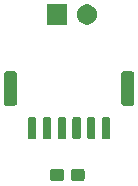
<source format=gbr>
G04 #@! TF.GenerationSoftware,KiCad,Pcbnew,(5.1.4)-1*
G04 #@! TF.CreationDate,2021-04-01T21:41:31+08:00*
G04 #@! TF.ProjectId,ma730,6d613733-302e-46b6-9963-61645f706362,rev?*
G04 #@! TF.SameCoordinates,Original*
G04 #@! TF.FileFunction,Soldermask,Top*
G04 #@! TF.FilePolarity,Negative*
%FSLAX46Y46*%
G04 Gerber Fmt 4.6, Leading zero omitted, Abs format (unit mm)*
G04 Created by KiCad (PCBNEW (5.1.4)-1) date 2021-04-01 21:41:31*
%MOMM*%
%LPD*%
G04 APERTURE LIST*
%ADD10C,0.100000*%
G04 APERTURE END LIST*
D10*
G36*
X97389499Y-113378445D02*
G01*
X97426995Y-113389820D01*
X97461554Y-113408292D01*
X97491847Y-113433153D01*
X97516708Y-113463446D01*
X97535180Y-113498005D01*
X97546555Y-113535501D01*
X97551000Y-113580638D01*
X97551000Y-114219362D01*
X97546555Y-114264499D01*
X97535180Y-114301995D01*
X97516708Y-114336554D01*
X97491847Y-114366847D01*
X97461554Y-114391708D01*
X97426995Y-114410180D01*
X97389499Y-114421555D01*
X97344362Y-114426000D01*
X96605638Y-114426000D01*
X96560501Y-114421555D01*
X96523005Y-114410180D01*
X96488446Y-114391708D01*
X96458153Y-114366847D01*
X96433292Y-114336554D01*
X96414820Y-114301995D01*
X96403445Y-114264499D01*
X96399000Y-114219362D01*
X96399000Y-113580638D01*
X96403445Y-113535501D01*
X96414820Y-113498005D01*
X96433292Y-113463446D01*
X96458153Y-113433153D01*
X96488446Y-113408292D01*
X96523005Y-113389820D01*
X96560501Y-113378445D01*
X96605638Y-113374000D01*
X97344362Y-113374000D01*
X97389499Y-113378445D01*
X97389499Y-113378445D01*
G37*
G36*
X99139499Y-113378445D02*
G01*
X99176995Y-113389820D01*
X99211554Y-113408292D01*
X99241847Y-113433153D01*
X99266708Y-113463446D01*
X99285180Y-113498005D01*
X99296555Y-113535501D01*
X99301000Y-113580638D01*
X99301000Y-114219362D01*
X99296555Y-114264499D01*
X99285180Y-114301995D01*
X99266708Y-114336554D01*
X99241847Y-114366847D01*
X99211554Y-114391708D01*
X99176995Y-114410180D01*
X99139499Y-114421555D01*
X99094362Y-114426000D01*
X98355638Y-114426000D01*
X98310501Y-114421555D01*
X98273005Y-114410180D01*
X98238446Y-114391708D01*
X98208153Y-114366847D01*
X98183292Y-114336554D01*
X98164820Y-114301995D01*
X98153445Y-114264499D01*
X98149000Y-114219362D01*
X98149000Y-113580638D01*
X98153445Y-113535501D01*
X98164820Y-113498005D01*
X98183292Y-113463446D01*
X98208153Y-113433153D01*
X98238446Y-113408292D01*
X98273005Y-113389820D01*
X98310501Y-113378445D01*
X98355638Y-113374000D01*
X99094362Y-113374000D01*
X99139499Y-113378445D01*
X99139499Y-113378445D01*
G37*
G36*
X98884928Y-109051764D02*
G01*
X98906009Y-109058160D01*
X98925445Y-109068548D01*
X98942476Y-109082524D01*
X98956452Y-109099555D01*
X98966840Y-109118991D01*
X98973236Y-109140072D01*
X98976000Y-109168140D01*
X98976000Y-110731860D01*
X98973236Y-110759928D01*
X98966840Y-110781009D01*
X98956452Y-110800445D01*
X98942476Y-110817476D01*
X98925445Y-110831452D01*
X98906009Y-110841840D01*
X98884928Y-110848236D01*
X98856860Y-110851000D01*
X98393140Y-110851000D01*
X98365072Y-110848236D01*
X98343991Y-110841840D01*
X98324555Y-110831452D01*
X98307524Y-110817476D01*
X98293548Y-110800445D01*
X98283160Y-110781009D01*
X98276764Y-110759928D01*
X98274000Y-110731860D01*
X98274000Y-109168140D01*
X98276764Y-109140072D01*
X98283160Y-109118991D01*
X98293548Y-109099555D01*
X98307524Y-109082524D01*
X98324555Y-109068548D01*
X98343991Y-109058160D01*
X98365072Y-109051764D01*
X98393140Y-109049000D01*
X98856860Y-109049000D01*
X98884928Y-109051764D01*
X98884928Y-109051764D01*
G37*
G36*
X101384928Y-109051764D02*
G01*
X101406009Y-109058160D01*
X101425445Y-109068548D01*
X101442476Y-109082524D01*
X101456452Y-109099555D01*
X101466840Y-109118991D01*
X101473236Y-109140072D01*
X101476000Y-109168140D01*
X101476000Y-110731860D01*
X101473236Y-110759928D01*
X101466840Y-110781009D01*
X101456452Y-110800445D01*
X101442476Y-110817476D01*
X101425445Y-110831452D01*
X101406009Y-110841840D01*
X101384928Y-110848236D01*
X101356860Y-110851000D01*
X100893140Y-110851000D01*
X100865072Y-110848236D01*
X100843991Y-110841840D01*
X100824555Y-110831452D01*
X100807524Y-110817476D01*
X100793548Y-110800445D01*
X100783160Y-110781009D01*
X100776764Y-110759928D01*
X100774000Y-110731860D01*
X100774000Y-109168140D01*
X100776764Y-109140072D01*
X100783160Y-109118991D01*
X100793548Y-109099555D01*
X100807524Y-109082524D01*
X100824555Y-109068548D01*
X100843991Y-109058160D01*
X100865072Y-109051764D01*
X100893140Y-109049000D01*
X101356860Y-109049000D01*
X101384928Y-109051764D01*
X101384928Y-109051764D01*
G37*
G36*
X95134928Y-109051764D02*
G01*
X95156009Y-109058160D01*
X95175445Y-109068548D01*
X95192476Y-109082524D01*
X95206452Y-109099555D01*
X95216840Y-109118991D01*
X95223236Y-109140072D01*
X95226000Y-109168140D01*
X95226000Y-110731860D01*
X95223236Y-110759928D01*
X95216840Y-110781009D01*
X95206452Y-110800445D01*
X95192476Y-110817476D01*
X95175445Y-110831452D01*
X95156009Y-110841840D01*
X95134928Y-110848236D01*
X95106860Y-110851000D01*
X94643140Y-110851000D01*
X94615072Y-110848236D01*
X94593991Y-110841840D01*
X94574555Y-110831452D01*
X94557524Y-110817476D01*
X94543548Y-110800445D01*
X94533160Y-110781009D01*
X94526764Y-110759928D01*
X94524000Y-110731860D01*
X94524000Y-109168140D01*
X94526764Y-109140072D01*
X94533160Y-109118991D01*
X94543548Y-109099555D01*
X94557524Y-109082524D01*
X94574555Y-109068548D01*
X94593991Y-109058160D01*
X94615072Y-109051764D01*
X94643140Y-109049000D01*
X95106860Y-109049000D01*
X95134928Y-109051764D01*
X95134928Y-109051764D01*
G37*
G36*
X96384928Y-109051764D02*
G01*
X96406009Y-109058160D01*
X96425445Y-109068548D01*
X96442476Y-109082524D01*
X96456452Y-109099555D01*
X96466840Y-109118991D01*
X96473236Y-109140072D01*
X96476000Y-109168140D01*
X96476000Y-110731860D01*
X96473236Y-110759928D01*
X96466840Y-110781009D01*
X96456452Y-110800445D01*
X96442476Y-110817476D01*
X96425445Y-110831452D01*
X96406009Y-110841840D01*
X96384928Y-110848236D01*
X96356860Y-110851000D01*
X95893140Y-110851000D01*
X95865072Y-110848236D01*
X95843991Y-110841840D01*
X95824555Y-110831452D01*
X95807524Y-110817476D01*
X95793548Y-110800445D01*
X95783160Y-110781009D01*
X95776764Y-110759928D01*
X95774000Y-110731860D01*
X95774000Y-109168140D01*
X95776764Y-109140072D01*
X95783160Y-109118991D01*
X95793548Y-109099555D01*
X95807524Y-109082524D01*
X95824555Y-109068548D01*
X95843991Y-109058160D01*
X95865072Y-109051764D01*
X95893140Y-109049000D01*
X96356860Y-109049000D01*
X96384928Y-109051764D01*
X96384928Y-109051764D01*
G37*
G36*
X97634928Y-109051764D02*
G01*
X97656009Y-109058160D01*
X97675445Y-109068548D01*
X97692476Y-109082524D01*
X97706452Y-109099555D01*
X97716840Y-109118991D01*
X97723236Y-109140072D01*
X97726000Y-109168140D01*
X97726000Y-110731860D01*
X97723236Y-110759928D01*
X97716840Y-110781009D01*
X97706452Y-110800445D01*
X97692476Y-110817476D01*
X97675445Y-110831452D01*
X97656009Y-110841840D01*
X97634928Y-110848236D01*
X97606860Y-110851000D01*
X97143140Y-110851000D01*
X97115072Y-110848236D01*
X97093991Y-110841840D01*
X97074555Y-110831452D01*
X97057524Y-110817476D01*
X97043548Y-110800445D01*
X97033160Y-110781009D01*
X97026764Y-110759928D01*
X97024000Y-110731860D01*
X97024000Y-109168140D01*
X97026764Y-109140072D01*
X97033160Y-109118991D01*
X97043548Y-109099555D01*
X97057524Y-109082524D01*
X97074555Y-109068548D01*
X97093991Y-109058160D01*
X97115072Y-109051764D01*
X97143140Y-109049000D01*
X97606860Y-109049000D01*
X97634928Y-109051764D01*
X97634928Y-109051764D01*
G37*
G36*
X100134928Y-109051764D02*
G01*
X100156009Y-109058160D01*
X100175445Y-109068548D01*
X100192476Y-109082524D01*
X100206452Y-109099555D01*
X100216840Y-109118991D01*
X100223236Y-109140072D01*
X100226000Y-109168140D01*
X100226000Y-110731860D01*
X100223236Y-110759928D01*
X100216840Y-110781009D01*
X100206452Y-110800445D01*
X100192476Y-110817476D01*
X100175445Y-110831452D01*
X100156009Y-110841840D01*
X100134928Y-110848236D01*
X100106860Y-110851000D01*
X99643140Y-110851000D01*
X99615072Y-110848236D01*
X99593991Y-110841840D01*
X99574555Y-110831452D01*
X99557524Y-110817476D01*
X99543548Y-110800445D01*
X99533160Y-110781009D01*
X99526764Y-110759928D01*
X99524000Y-110731860D01*
X99524000Y-109168140D01*
X99526764Y-109140072D01*
X99533160Y-109118991D01*
X99543548Y-109099555D01*
X99557524Y-109082524D01*
X99574555Y-109068548D01*
X99593991Y-109058160D01*
X99615072Y-109051764D01*
X99643140Y-109049000D01*
X100106860Y-109049000D01*
X100134928Y-109051764D01*
X100134928Y-109051764D01*
G37*
G36*
X103354434Y-105153686D02*
G01*
X103394284Y-105165774D01*
X103430999Y-105185399D01*
X103463186Y-105211814D01*
X103489601Y-105244001D01*
X103509226Y-105280716D01*
X103521314Y-105320566D01*
X103526000Y-105368141D01*
X103526000Y-107831859D01*
X103521314Y-107879434D01*
X103509226Y-107919284D01*
X103489601Y-107955999D01*
X103463186Y-107988186D01*
X103430999Y-108014601D01*
X103394284Y-108034226D01*
X103354434Y-108046314D01*
X103306859Y-108051000D01*
X102643141Y-108051000D01*
X102595566Y-108046314D01*
X102555716Y-108034226D01*
X102519001Y-108014601D01*
X102486814Y-107988186D01*
X102460399Y-107955999D01*
X102440774Y-107919284D01*
X102428686Y-107879434D01*
X102424000Y-107831859D01*
X102424000Y-105368141D01*
X102428686Y-105320566D01*
X102440774Y-105280716D01*
X102460399Y-105244001D01*
X102486814Y-105211814D01*
X102519001Y-105185399D01*
X102555716Y-105165774D01*
X102595566Y-105153686D01*
X102643141Y-105149000D01*
X103306859Y-105149000D01*
X103354434Y-105153686D01*
X103354434Y-105153686D01*
G37*
G36*
X93404434Y-105153686D02*
G01*
X93444284Y-105165774D01*
X93480999Y-105185399D01*
X93513186Y-105211814D01*
X93539601Y-105244001D01*
X93559226Y-105280716D01*
X93571314Y-105320566D01*
X93576000Y-105368141D01*
X93576000Y-107831859D01*
X93571314Y-107879434D01*
X93559226Y-107919284D01*
X93539601Y-107955999D01*
X93513186Y-107988186D01*
X93480999Y-108014601D01*
X93444284Y-108034226D01*
X93404434Y-108046314D01*
X93356859Y-108051000D01*
X92693141Y-108051000D01*
X92645566Y-108046314D01*
X92605716Y-108034226D01*
X92569001Y-108014601D01*
X92536814Y-107988186D01*
X92510399Y-107955999D01*
X92490774Y-107919284D01*
X92478686Y-107879434D01*
X92474000Y-107831859D01*
X92474000Y-105368141D01*
X92478686Y-105320566D01*
X92490774Y-105280716D01*
X92510399Y-105244001D01*
X92536814Y-105211814D01*
X92569001Y-105185399D01*
X92605716Y-105165774D01*
X92645566Y-105153686D01*
X92693141Y-105149000D01*
X93356859Y-105149000D01*
X93404434Y-105153686D01*
X93404434Y-105153686D01*
G37*
G36*
X99748228Y-99511703D02*
G01*
X99903100Y-99575853D01*
X100042481Y-99668985D01*
X100161015Y-99787519D01*
X100254147Y-99926900D01*
X100318297Y-100081772D01*
X100351000Y-100246184D01*
X100351000Y-100413816D01*
X100318297Y-100578228D01*
X100254147Y-100733100D01*
X100161015Y-100872481D01*
X100042481Y-100991015D01*
X99903100Y-101084147D01*
X99748228Y-101148297D01*
X99583816Y-101181000D01*
X99416184Y-101181000D01*
X99251772Y-101148297D01*
X99096900Y-101084147D01*
X98957519Y-100991015D01*
X98838985Y-100872481D01*
X98745853Y-100733100D01*
X98681703Y-100578228D01*
X98649000Y-100413816D01*
X98649000Y-100246184D01*
X98681703Y-100081772D01*
X98745853Y-99926900D01*
X98838985Y-99787519D01*
X98957519Y-99668985D01*
X99096900Y-99575853D01*
X99251772Y-99511703D01*
X99416184Y-99479000D01*
X99583816Y-99479000D01*
X99748228Y-99511703D01*
X99748228Y-99511703D01*
G37*
G36*
X97851000Y-101181000D02*
G01*
X96149000Y-101181000D01*
X96149000Y-99479000D01*
X97851000Y-99479000D01*
X97851000Y-101181000D01*
X97851000Y-101181000D01*
G37*
M02*

</source>
